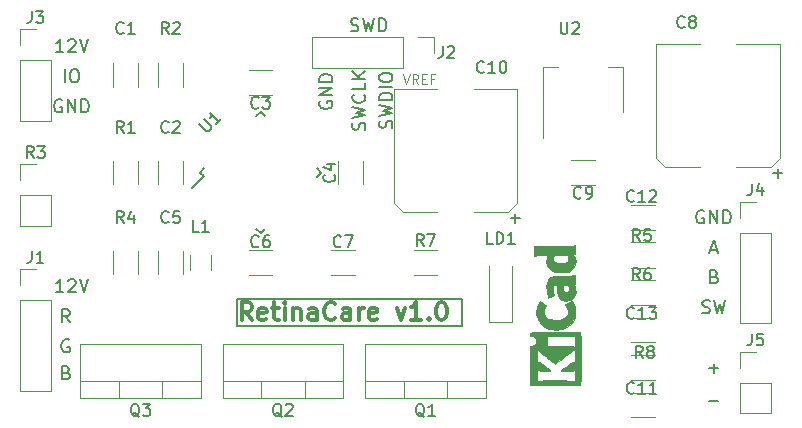
<source format=gbr>
%TF.GenerationSoftware,KiCad,Pcbnew,4.0.7-e2-6376~58~ubuntu17.04.1*%
%TF.CreationDate,2017-10-02T14:32:41+02:00*%
%TF.ProjectId,motion_led_pcb,6D6F74696F6E5F6C65645F7063622E6B,rev?*%
%TF.FileFunction,Legend,Top*%
%FSLAX46Y46*%
G04 Gerber Fmt 4.6, Leading zero omitted, Abs format (unit mm)*
G04 Created by KiCad (PCBNEW 4.0.7-e2-6376~58~ubuntu17.04.1) date Mon Oct  2 14:32:41 2017*
%MOMM*%
%LPD*%
G01*
G04 APERTURE LIST*
%ADD10C,0.100000*%
%ADD11C,0.150000*%
%ADD12C,0.200000*%
%ADD13C,0.300000*%
%ADD14C,0.120000*%
%ADD15C,0.010000*%
G04 APERTURE END LIST*
D10*
X34950571Y29902095D02*
X35217238Y29102095D01*
X35483905Y29902095D01*
X36207714Y29102095D02*
X35941047Y29483048D01*
X35750571Y29102095D02*
X35750571Y29902095D01*
X36055333Y29902095D01*
X36131524Y29864000D01*
X36169619Y29825905D01*
X36207714Y29749714D01*
X36207714Y29635429D01*
X36169619Y29559238D01*
X36131524Y29521143D01*
X36055333Y29483048D01*
X35750571Y29483048D01*
X36550571Y29521143D02*
X36817238Y29521143D01*
X36931524Y29102095D02*
X36550571Y29102095D01*
X36550571Y29902095D01*
X36931524Y29902095D01*
X37541048Y29521143D02*
X37274381Y29521143D01*
X37274381Y29102095D02*
X37274381Y29902095D01*
X37655334Y29902095D01*
D11*
X33973238Y25355048D02*
X34025619Y25512191D01*
X34025619Y25774095D01*
X33973238Y25878857D01*
X33920857Y25931238D01*
X33816095Y25983619D01*
X33711333Y25983619D01*
X33606571Y25931238D01*
X33554190Y25878857D01*
X33501810Y25774095D01*
X33449429Y25564572D01*
X33397048Y25459810D01*
X33344667Y25407429D01*
X33239905Y25355048D01*
X33135143Y25355048D01*
X33030381Y25407429D01*
X32978000Y25459810D01*
X32925619Y25564572D01*
X32925619Y25826476D01*
X32978000Y25983619D01*
X32925619Y26350286D02*
X34025619Y26612191D01*
X33239905Y26821714D01*
X34025619Y27031238D01*
X32925619Y27293143D01*
X34025619Y27712191D02*
X32925619Y27712191D01*
X32925619Y27974096D01*
X32978000Y28131238D01*
X33082762Y28236000D01*
X33187524Y28288381D01*
X33397048Y28340762D01*
X33554190Y28340762D01*
X33763714Y28288381D01*
X33868476Y28236000D01*
X33973238Y28131238D01*
X34025619Y27974096D01*
X34025619Y27712191D01*
X34025619Y28812191D02*
X32925619Y28812191D01*
X32925619Y29545525D02*
X32925619Y29755048D01*
X32978000Y29859810D01*
X33082762Y29964572D01*
X33292286Y30016953D01*
X33658952Y30016953D01*
X33868476Y29964572D01*
X33973238Y29859810D01*
X34025619Y29755048D01*
X34025619Y29545525D01*
X33973238Y29440763D01*
X33868476Y29336001D01*
X33658952Y29283620D01*
X33292286Y29283620D01*
X33082762Y29336001D01*
X32978000Y29440763D01*
X32925619Y29545525D01*
X31687238Y25197905D02*
X31739619Y25355048D01*
X31739619Y25616952D01*
X31687238Y25721714D01*
X31634857Y25774095D01*
X31530095Y25826476D01*
X31425333Y25826476D01*
X31320571Y25774095D01*
X31268190Y25721714D01*
X31215810Y25616952D01*
X31163429Y25407429D01*
X31111048Y25302667D01*
X31058667Y25250286D01*
X30953905Y25197905D01*
X30849143Y25197905D01*
X30744381Y25250286D01*
X30692000Y25302667D01*
X30639619Y25407429D01*
X30639619Y25669333D01*
X30692000Y25826476D01*
X30639619Y26193143D02*
X31739619Y26455048D01*
X30953905Y26664571D01*
X31739619Y26874095D01*
X30639619Y27136000D01*
X31634857Y28183619D02*
X31687238Y28131238D01*
X31739619Y27974095D01*
X31739619Y27869333D01*
X31687238Y27712191D01*
X31582476Y27607429D01*
X31477714Y27555048D01*
X31268190Y27502667D01*
X31111048Y27502667D01*
X30901524Y27555048D01*
X30796762Y27607429D01*
X30692000Y27712191D01*
X30639619Y27869333D01*
X30639619Y27974095D01*
X30692000Y28131238D01*
X30744381Y28183619D01*
X31739619Y29178857D02*
X31739619Y28655048D01*
X30639619Y28655048D01*
X31739619Y29545524D02*
X30639619Y29545524D01*
X31739619Y30174095D02*
X31111048Y29702667D01*
X30639619Y30174095D02*
X31268190Y29545524D01*
X30511143Y33590762D02*
X30668286Y33538381D01*
X30930190Y33538381D01*
X31034952Y33590762D01*
X31087333Y33643143D01*
X31139714Y33747905D01*
X31139714Y33852667D01*
X31087333Y33957429D01*
X31034952Y34009810D01*
X30930190Y34062190D01*
X30720667Y34114571D01*
X30615905Y34166952D01*
X30563524Y34219333D01*
X30511143Y34324095D01*
X30511143Y34428857D01*
X30563524Y34533619D01*
X30615905Y34586000D01*
X30720667Y34638381D01*
X30982571Y34638381D01*
X31139714Y34586000D01*
X31506381Y34638381D02*
X31768286Y33538381D01*
X31977809Y34324095D01*
X32187333Y33538381D01*
X32449238Y34638381D01*
X32868286Y33538381D02*
X32868286Y34638381D01*
X33130191Y34638381D01*
X33287333Y34586000D01*
X33392095Y34481238D01*
X33444476Y34376476D01*
X33496857Y34166952D01*
X33496857Y34009810D01*
X33444476Y33800286D01*
X33392095Y33695524D01*
X33287333Y33590762D01*
X33130191Y33538381D01*
X32868286Y33538381D01*
X27898000Y27609905D02*
X27845619Y27505143D01*
X27845619Y27348000D01*
X27898000Y27190858D01*
X28002762Y27086096D01*
X28107524Y27033715D01*
X28317048Y26981334D01*
X28474190Y26981334D01*
X28683714Y27033715D01*
X28788476Y27086096D01*
X28893238Y27190858D01*
X28945619Y27348000D01*
X28945619Y27452762D01*
X28893238Y27609905D01*
X28840857Y27662286D01*
X28474190Y27662286D01*
X28474190Y27452762D01*
X28945619Y28133715D02*
X27845619Y28133715D01*
X28945619Y28762286D01*
X27845619Y28762286D01*
X28945619Y29286096D02*
X27845619Y29286096D01*
X27845619Y29548001D01*
X27898000Y29705143D01*
X28002762Y29809905D01*
X28107524Y29862286D01*
X28317048Y29914667D01*
X28474190Y29914667D01*
X28683714Y29862286D01*
X28788476Y29809905D01*
X28893238Y29705143D01*
X28945619Y29548001D01*
X28945619Y29286096D01*
X6428571Y4650571D02*
X6585714Y4598190D01*
X6638095Y4545810D01*
X6690476Y4441048D01*
X6690476Y4283905D01*
X6638095Y4179143D01*
X6585714Y4126762D01*
X6480952Y4074381D01*
X6061905Y4074381D01*
X6061905Y5174381D01*
X6428571Y5174381D01*
X6533333Y5122000D01*
X6585714Y5069619D01*
X6638095Y4964857D01*
X6638095Y4860095D01*
X6585714Y4755333D01*
X6533333Y4702952D01*
X6428571Y4650571D01*
X6061905Y4650571D01*
X6638095Y7408000D02*
X6533333Y7460381D01*
X6376190Y7460381D01*
X6219048Y7408000D01*
X6114286Y7303238D01*
X6061905Y7198476D01*
X6009524Y6988952D01*
X6009524Y6831810D01*
X6061905Y6622286D01*
X6114286Y6517524D01*
X6219048Y6412762D01*
X6376190Y6360381D01*
X6480952Y6360381D01*
X6638095Y6412762D01*
X6690476Y6465143D01*
X6690476Y6831810D01*
X6480952Y6831810D01*
X6690476Y8900381D02*
X6323810Y9424190D01*
X6061905Y8900381D02*
X6061905Y10000381D01*
X6480952Y10000381D01*
X6585714Y9948000D01*
X6638095Y9895619D01*
X6690476Y9790857D01*
X6690476Y9633714D01*
X6638095Y9528952D01*
X6585714Y9476571D01*
X6480952Y9424190D01*
X6061905Y9424190D01*
X6177048Y11440381D02*
X5548477Y11440381D01*
X5862763Y11440381D02*
X5862763Y12540381D01*
X5758001Y12383238D01*
X5653239Y12278476D01*
X5548477Y12226095D01*
X6596096Y12435619D02*
X6648477Y12488000D01*
X6753239Y12540381D01*
X7015143Y12540381D01*
X7119905Y12488000D01*
X7172286Y12435619D01*
X7224667Y12330857D01*
X7224667Y12226095D01*
X7172286Y12068952D01*
X6543715Y11440381D01*
X7224667Y11440381D01*
X7538953Y12540381D02*
X7905620Y11440381D01*
X8272286Y12540381D01*
X6177048Y31760381D02*
X5548477Y31760381D01*
X5862763Y31760381D02*
X5862763Y32860381D01*
X5758001Y32703238D01*
X5653239Y32598476D01*
X5548477Y32546095D01*
X6596096Y32755619D02*
X6648477Y32808000D01*
X6753239Y32860381D01*
X7015143Y32860381D01*
X7119905Y32808000D01*
X7172286Y32755619D01*
X7224667Y32650857D01*
X7224667Y32546095D01*
X7172286Y32388952D01*
X6543715Y31760381D01*
X7224667Y31760381D01*
X7538953Y32860381D02*
X7905620Y31760381D01*
X8272286Y32860381D01*
X6281810Y29220381D02*
X6281810Y30320381D01*
X7015144Y30320381D02*
X7224667Y30320381D01*
X7329429Y30268000D01*
X7434191Y30163238D01*
X7486572Y29953714D01*
X7486572Y29587048D01*
X7434191Y29377524D01*
X7329429Y29272762D01*
X7224667Y29220381D01*
X7015144Y29220381D01*
X6910382Y29272762D01*
X6805620Y29377524D01*
X6753239Y29587048D01*
X6753239Y29953714D01*
X6805620Y30163238D01*
X6910382Y30268000D01*
X7015144Y30320381D01*
X6019905Y27728000D02*
X5915143Y27780381D01*
X5758000Y27780381D01*
X5600858Y27728000D01*
X5496096Y27623238D01*
X5443715Y27518476D01*
X5391334Y27308952D01*
X5391334Y27151810D01*
X5443715Y26942286D01*
X5496096Y26837524D01*
X5600858Y26732762D01*
X5758000Y26680381D01*
X5862762Y26680381D01*
X6019905Y26732762D01*
X6072286Y26785143D01*
X6072286Y27151810D01*
X5862762Y27151810D01*
X6543715Y26680381D02*
X6543715Y27780381D01*
X7172286Y26680381D01*
X7172286Y27780381D01*
X7696096Y26680381D02*
X7696096Y27780381D01*
X7958001Y27780381D01*
X8115143Y27728000D01*
X8219905Y27623238D01*
X8272286Y27518476D01*
X8324667Y27308952D01*
X8324667Y27151810D01*
X8272286Y26942286D01*
X8219905Y26837524D01*
X8115143Y26732762D01*
X7958001Y26680381D01*
X7696096Y26680381D01*
X60794953Y2207429D02*
X61633048Y2207429D01*
X60794953Y5001429D02*
X61633048Y5001429D01*
X61214000Y4582381D02*
X61214000Y5420476D01*
X60271143Y9714762D02*
X60428286Y9662381D01*
X60690190Y9662381D01*
X60794952Y9714762D01*
X60847333Y9767143D01*
X60899714Y9871905D01*
X60899714Y9976667D01*
X60847333Y10081429D01*
X60794952Y10133810D01*
X60690190Y10186190D01*
X60480667Y10238571D01*
X60375905Y10290952D01*
X60323524Y10343333D01*
X60271143Y10448095D01*
X60271143Y10552857D01*
X60323524Y10657619D01*
X60375905Y10710000D01*
X60480667Y10762381D01*
X60742571Y10762381D01*
X60899714Y10710000D01*
X61266381Y10762381D02*
X61528286Y9662381D01*
X61737809Y10448095D01*
X61947333Y9662381D01*
X62209238Y10762381D01*
X61292571Y12778571D02*
X61449714Y12726190D01*
X61502095Y12673810D01*
X61554476Y12569048D01*
X61554476Y12411905D01*
X61502095Y12307143D01*
X61449714Y12254762D01*
X61344952Y12202381D01*
X60925905Y12202381D01*
X60925905Y13302381D01*
X61292571Y13302381D01*
X61397333Y13250000D01*
X61449714Y13197619D01*
X61502095Y13092857D01*
X61502095Y12988095D01*
X61449714Y12883333D01*
X61397333Y12830952D01*
X61292571Y12778571D01*
X60925905Y12778571D01*
X60952096Y15056667D02*
X61475905Y15056667D01*
X60847334Y14742381D02*
X61214001Y15842381D01*
X61580667Y14742381D01*
X60375905Y18330000D02*
X60271143Y18382381D01*
X60114000Y18382381D01*
X59956858Y18330000D01*
X59852096Y18225238D01*
X59799715Y18120476D01*
X59747334Y17910952D01*
X59747334Y17753810D01*
X59799715Y17544286D01*
X59852096Y17439524D01*
X59956858Y17334762D01*
X60114000Y17282381D01*
X60218762Y17282381D01*
X60375905Y17334762D01*
X60428286Y17387143D01*
X60428286Y17753810D01*
X60218762Y17753810D01*
X60899715Y17282381D02*
X60899715Y18382381D01*
X61528286Y17282381D01*
X61528286Y18382381D01*
X62052096Y17282381D02*
X62052096Y18382381D01*
X62314001Y18382381D01*
X62471143Y18330000D01*
X62575905Y18225238D01*
X62628286Y18120476D01*
X62680667Y17910952D01*
X62680667Y17753810D01*
X62628286Y17544286D01*
X62575905Y17439524D01*
X62471143Y17334762D01*
X62314001Y17282381D01*
X62052096Y17282381D01*
D12*
X20828000Y8636000D02*
X23876000Y8636000D01*
X20828000Y10922000D02*
X23876000Y10922000D01*
X39878000Y8636000D02*
X36068000Y8636000D01*
X36068000Y10922000D02*
X39878000Y10922000D01*
X39878000Y8636000D02*
X39878000Y10922000D01*
X23622000Y8636000D02*
X36068000Y8636000D01*
X20828000Y10922000D02*
X20828000Y8636000D01*
X36068000Y10922000D02*
X23622000Y10922000D01*
D13*
X22110087Y9100429D02*
X21610087Y9814714D01*
X21252944Y9100429D02*
X21252944Y10600429D01*
X21824372Y10600429D01*
X21967230Y10529000D01*
X22038658Y10457571D01*
X22110087Y10314714D01*
X22110087Y10100429D01*
X22038658Y9957571D01*
X21967230Y9886143D01*
X21824372Y9814714D01*
X21252944Y9814714D01*
X23324372Y9171857D02*
X23181515Y9100429D01*
X22895801Y9100429D01*
X22752944Y9171857D01*
X22681515Y9314714D01*
X22681515Y9886143D01*
X22752944Y10029000D01*
X22895801Y10100429D01*
X23181515Y10100429D01*
X23324372Y10029000D01*
X23395801Y9886143D01*
X23395801Y9743286D01*
X22681515Y9600429D01*
X23824372Y10100429D02*
X24395801Y10100429D01*
X24038658Y10600429D02*
X24038658Y9314714D01*
X24110086Y9171857D01*
X24252944Y9100429D01*
X24395801Y9100429D01*
X24895801Y9100429D02*
X24895801Y10100429D01*
X24895801Y10600429D02*
X24824372Y10529000D01*
X24895801Y10457571D01*
X24967229Y10529000D01*
X24895801Y10600429D01*
X24895801Y10457571D01*
X25610087Y10100429D02*
X25610087Y9100429D01*
X25610087Y9957571D02*
X25681515Y10029000D01*
X25824373Y10100429D01*
X26038658Y10100429D01*
X26181515Y10029000D01*
X26252944Y9886143D01*
X26252944Y9100429D01*
X27610087Y9100429D02*
X27610087Y9886143D01*
X27538658Y10029000D01*
X27395801Y10100429D01*
X27110087Y10100429D01*
X26967230Y10029000D01*
X27610087Y9171857D02*
X27467230Y9100429D01*
X27110087Y9100429D01*
X26967230Y9171857D01*
X26895801Y9314714D01*
X26895801Y9457571D01*
X26967230Y9600429D01*
X27110087Y9671857D01*
X27467230Y9671857D01*
X27610087Y9743286D01*
X29181516Y9243286D02*
X29110087Y9171857D01*
X28895801Y9100429D01*
X28752944Y9100429D01*
X28538659Y9171857D01*
X28395801Y9314714D01*
X28324373Y9457571D01*
X28252944Y9743286D01*
X28252944Y9957571D01*
X28324373Y10243286D01*
X28395801Y10386143D01*
X28538659Y10529000D01*
X28752944Y10600429D01*
X28895801Y10600429D01*
X29110087Y10529000D01*
X29181516Y10457571D01*
X30467230Y9100429D02*
X30467230Y9886143D01*
X30395801Y10029000D01*
X30252944Y10100429D01*
X29967230Y10100429D01*
X29824373Y10029000D01*
X30467230Y9171857D02*
X30324373Y9100429D01*
X29967230Y9100429D01*
X29824373Y9171857D01*
X29752944Y9314714D01*
X29752944Y9457571D01*
X29824373Y9600429D01*
X29967230Y9671857D01*
X30324373Y9671857D01*
X30467230Y9743286D01*
X31181516Y9100429D02*
X31181516Y10100429D01*
X31181516Y9814714D02*
X31252944Y9957571D01*
X31324373Y10029000D01*
X31467230Y10100429D01*
X31610087Y10100429D01*
X32681515Y9171857D02*
X32538658Y9100429D01*
X32252944Y9100429D01*
X32110087Y9171857D01*
X32038658Y9314714D01*
X32038658Y9886143D01*
X32110087Y10029000D01*
X32252944Y10100429D01*
X32538658Y10100429D01*
X32681515Y10029000D01*
X32752944Y9886143D01*
X32752944Y9743286D01*
X32038658Y9600429D01*
X34395801Y10100429D02*
X34752944Y9100429D01*
X35110086Y10100429D01*
X36467229Y9100429D02*
X35610086Y9100429D01*
X36038658Y9100429D02*
X36038658Y10600429D01*
X35895801Y10386143D01*
X35752943Y10243286D01*
X35610086Y10171857D01*
X37110086Y9243286D02*
X37181514Y9171857D01*
X37110086Y9100429D01*
X37038657Y9171857D01*
X37110086Y9243286D01*
X37110086Y9100429D01*
X38110086Y10600429D02*
X38252943Y10600429D01*
X38395800Y10529000D01*
X38467229Y10457571D01*
X38538658Y10314714D01*
X38610086Y10029000D01*
X38610086Y9671857D01*
X38538658Y9386143D01*
X38467229Y9243286D01*
X38395800Y9171857D01*
X38252943Y9100429D01*
X38110086Y9100429D01*
X37967229Y9171857D01*
X37895800Y9243286D01*
X37824372Y9386143D01*
X37752943Y9671857D01*
X37752943Y10029000D01*
X37824372Y10314714D01*
X37895800Y10457571D01*
X37967229Y10529000D01*
X38110086Y10600429D01*
D14*
X16260000Y20590000D02*
X16260000Y22590000D01*
X14220000Y22590000D02*
X14220000Y20590000D01*
X21860000Y28190000D02*
X23860000Y28190000D01*
X23860000Y30230000D02*
X21860000Y30230000D01*
X29460000Y22590000D02*
X29460000Y20590000D01*
X31500000Y20590000D02*
X31500000Y22590000D01*
X14220000Y14970000D02*
X14220000Y12970000D01*
X16260000Y12970000D02*
X16260000Y14970000D01*
X23860000Y14990000D02*
X21860000Y14990000D01*
X21860000Y12950000D02*
X23860000Y12950000D01*
X57145000Y22095000D02*
X60035000Y22095000D01*
X66045000Y22095000D02*
X63155000Y22095000D01*
X66805000Y32515000D02*
X63155000Y32515000D01*
X56385000Y32515000D02*
X60035000Y32515000D01*
X66805000Y32515000D02*
X66805000Y22855000D01*
X66805000Y22855000D02*
X66045000Y22095000D01*
X57145000Y22095000D02*
X56385000Y22855000D01*
X56385000Y22855000D02*
X56385000Y32515000D01*
X49165000Y20570000D02*
X51165000Y20570000D01*
X51165000Y22610000D02*
X49165000Y22610000D01*
X34920000Y18285000D02*
X37810000Y18285000D01*
X43820000Y18285000D02*
X40930000Y18285000D01*
X44580000Y28705000D02*
X40930000Y28705000D01*
X34160000Y28705000D02*
X37810000Y28705000D01*
X44580000Y28705000D02*
X44580000Y19045000D01*
X44580000Y19045000D02*
X43820000Y18285000D01*
X34920000Y18285000D02*
X34160000Y19045000D01*
X34160000Y19045000D02*
X34160000Y28705000D01*
X54245000Y885000D02*
X56245000Y885000D01*
X56245000Y2925000D02*
X54245000Y2925000D01*
X54245000Y16760000D02*
X56245000Y16760000D01*
X56245000Y18800000D02*
X54245000Y18800000D01*
X54245000Y7235000D02*
X56245000Y7235000D01*
X56245000Y9275000D02*
X54245000Y9275000D01*
X42230000Y8965000D02*
X44130000Y8965000D01*
X44130000Y8965000D02*
X44130000Y13665000D01*
X42230000Y8965000D02*
X42230000Y13665000D01*
X2480000Y3115000D02*
X5140000Y3115000D01*
X2480000Y10795000D02*
X2480000Y3115000D01*
X5140000Y10795000D02*
X5140000Y3115000D01*
X2480000Y10795000D02*
X5140000Y10795000D01*
X2480000Y12065000D02*
X2480000Y13395000D01*
X2480000Y13395000D02*
X3810000Y13395000D01*
X27245000Y33080000D02*
X27245000Y30420000D01*
X34925000Y33080000D02*
X27245000Y33080000D01*
X34925000Y30420000D02*
X27245000Y30420000D01*
X34925000Y33080000D02*
X34925000Y30420000D01*
X36195000Y33080000D02*
X37525000Y33080000D01*
X37525000Y33080000D02*
X37525000Y31750000D01*
X2480000Y25975000D02*
X5140000Y25975000D01*
X2480000Y31115000D02*
X2480000Y25975000D01*
X5140000Y31115000D02*
X5140000Y25975000D01*
X2480000Y31115000D02*
X5140000Y31115000D01*
X2480000Y32385000D02*
X2480000Y33715000D01*
X2480000Y33715000D02*
X3810000Y33715000D01*
X63440000Y8830000D02*
X66100000Y8830000D01*
X63440000Y16510000D02*
X63440000Y8830000D01*
X66100000Y16510000D02*
X66100000Y8830000D01*
X63440000Y16510000D02*
X66100000Y16510000D01*
X63440000Y17780000D02*
X63440000Y19110000D01*
X63440000Y19110000D02*
X64770000Y19110000D01*
X16900000Y13370000D02*
X16900000Y14570000D01*
X18660000Y14570000D02*
X18660000Y13370000D01*
X41950000Y2460000D02*
X31710000Y2460000D01*
X41950000Y7101000D02*
X31710000Y7101000D01*
X41950000Y2460000D02*
X41950000Y7101000D01*
X31710000Y2460000D02*
X31710000Y7101000D01*
X41950000Y3970000D02*
X31710000Y3970000D01*
X38680000Y2460000D02*
X38680000Y3970000D01*
X34979000Y2460000D02*
X34979000Y3970000D01*
X29885000Y2460000D02*
X19645000Y2460000D01*
X29885000Y7101000D02*
X19645000Y7101000D01*
X29885000Y2460000D02*
X29885000Y7101000D01*
X19645000Y2460000D02*
X19645000Y7101000D01*
X29885000Y3970000D02*
X19645000Y3970000D01*
X26615000Y2460000D02*
X26615000Y3970000D01*
X22914000Y2460000D02*
X22914000Y3970000D01*
X17820000Y2460000D02*
X7580000Y2460000D01*
X17820000Y7101000D02*
X7580000Y7101000D01*
X17820000Y2460000D02*
X17820000Y7101000D01*
X7580000Y2460000D02*
X7580000Y7101000D01*
X17820000Y3970000D02*
X7580000Y3970000D01*
X14550000Y2460000D02*
X14550000Y3970000D01*
X10849000Y2460000D02*
X10849000Y3970000D01*
X12500000Y22590000D02*
X12500000Y20590000D01*
X10360000Y20590000D02*
X10360000Y22590000D01*
X16310000Y30845000D02*
X16310000Y28845000D01*
X14170000Y28845000D02*
X14170000Y30845000D01*
X2480000Y17085000D02*
X5140000Y17085000D01*
X2480000Y19685000D02*
X2480000Y17085000D01*
X5140000Y19685000D02*
X5140000Y17085000D01*
X2480000Y19685000D02*
X5140000Y19685000D01*
X2480000Y20955000D02*
X2480000Y22285000D01*
X2480000Y22285000D02*
X3810000Y22285000D01*
X10360000Y12970000D02*
X10360000Y14970000D01*
X12500000Y14970000D02*
X12500000Y12970000D01*
X54245000Y15675000D02*
X56245000Y15675000D01*
X56245000Y13535000D02*
X54245000Y13535000D01*
X54245000Y12500000D02*
X56245000Y12500000D01*
X56245000Y10360000D02*
X54245000Y10360000D01*
X37830000Y12900000D02*
X35830000Y12900000D01*
X35830000Y15040000D02*
X37830000Y15040000D01*
X56245000Y4010000D02*
X54245000Y4010000D01*
X54245000Y6150000D02*
X56245000Y6150000D01*
D11*
X17733476Y21590000D02*
X18051674Y21271802D01*
X22860000Y26716524D02*
X23231231Y26345293D01*
X27986524Y21590000D02*
X27615293Y21961231D01*
X22860000Y16463476D02*
X22488769Y16834707D01*
X17733476Y21590000D02*
X18104707Y21961231D01*
X22860000Y16463476D02*
X23231231Y16834707D01*
X27986524Y21590000D02*
X27615293Y21218769D01*
X22860000Y26716524D02*
X22488769Y26345293D01*
X18051674Y21271802D02*
X17079402Y20299530D01*
D14*
X53575000Y30485000D02*
X52315000Y30485000D01*
X46755000Y30485000D02*
X48015000Y30485000D01*
X53575000Y26725000D02*
X53575000Y30485000D01*
X46755000Y24475000D02*
X46755000Y30485000D01*
X63440000Y1210000D02*
X66100000Y1210000D01*
X63440000Y3810000D02*
X63440000Y1210000D01*
X66100000Y3810000D02*
X66100000Y1210000D01*
X63440000Y3810000D02*
X66100000Y3810000D01*
X63440000Y5080000D02*
X63440000Y6410000D01*
X63440000Y6410000D02*
X64770000Y6410000D01*
X10410000Y30845000D02*
X10410000Y28845000D01*
X12450000Y28845000D02*
X12450000Y30845000D01*
X30845000Y14990000D02*
X28845000Y14990000D01*
X28845000Y12950000D02*
X30845000Y12950000D01*
D15*
G36*
X45667699Y7976363D02*
X45674976Y7998155D01*
X45691420Y8016586D01*
X45720197Y8031935D01*
X45764474Y8044481D01*
X45827418Y8054505D01*
X45912194Y8062283D01*
X46021971Y8068096D01*
X46159914Y8072223D01*
X46329191Y8074943D01*
X46532968Y8076535D01*
X46774411Y8077277D01*
X47056687Y8077450D01*
X47382964Y8077332D01*
X47756407Y8077203D01*
X47815500Y8077200D01*
X48190884Y8077122D01*
X48518711Y8076849D01*
X48802221Y8076318D01*
X49044658Y8075469D01*
X49249261Y8074240D01*
X49419274Y8072569D01*
X49557939Y8070395D01*
X49668496Y8067657D01*
X49754188Y8064292D01*
X49818257Y8060241D01*
X49863944Y8055441D01*
X49894492Y8049831D01*
X49913141Y8043349D01*
X49921885Y8037285D01*
X49928992Y8026209D01*
X49935213Y8006001D01*
X49940606Y7973490D01*
X49945229Y7925503D01*
X49949140Y7858867D01*
X49952396Y7770410D01*
X49955056Y7656960D01*
X49957175Y7515344D01*
X49958813Y7342390D01*
X49960028Y7134924D01*
X49960876Y6889776D01*
X49961415Y6603771D01*
X49961703Y6273739D01*
X49961798Y5896505D01*
X49961800Y5841999D01*
X49961726Y5458176D01*
X49961467Y5121980D01*
X49960965Y4830239D01*
X49960162Y4579781D01*
X49959000Y4367432D01*
X49957422Y4190021D01*
X49955371Y4044375D01*
X49952787Y3927322D01*
X49949615Y3835688D01*
X49945795Y3766303D01*
X49941271Y3715992D01*
X49935985Y3681584D01*
X49929879Y3659907D01*
X49922895Y3647787D01*
X49921885Y3646714D01*
X49910627Y3639465D01*
X49890152Y3633138D01*
X49857219Y3627672D01*
X49808586Y3623006D01*
X49741011Y3619078D01*
X49651252Y3615826D01*
X49536068Y3613190D01*
X49392217Y3611107D01*
X49216456Y3609517D01*
X49005544Y3608358D01*
X48756239Y3607568D01*
X48465300Y3607086D01*
X48129484Y3606851D01*
X47815500Y3606800D01*
X47440115Y3606877D01*
X47112288Y3607150D01*
X46828778Y3607681D01*
X46586341Y3608530D01*
X46381738Y3609759D01*
X46260729Y3610948D01*
X46260729Y3886199D01*
X46285638Y3896637D01*
X46339844Y3922944D01*
X46367699Y3936999D01*
X46390774Y3947932D01*
X46416420Y3957174D01*
X46448859Y3964867D01*
X46492308Y3971152D01*
X46550988Y3976172D01*
X46629117Y3980068D01*
X46730917Y3982983D01*
X46860605Y3985057D01*
X47022401Y3986434D01*
X47220525Y3987254D01*
X47459197Y3987659D01*
X47742635Y3987791D01*
X47879290Y3987799D01*
X48142726Y3987439D01*
X48391037Y3986402D01*
X48619556Y3984756D01*
X48823618Y3982568D01*
X48998558Y3979903D01*
X49139711Y3976830D01*
X49242410Y3973415D01*
X49301991Y3969724D01*
X49315370Y3967224D01*
X49355136Y3942800D01*
X49409350Y3916968D01*
X49479200Y3887289D01*
X49478811Y4413794D01*
X49477849Y4568967D01*
X49475381Y4703350D01*
X49471674Y4809999D01*
X49466992Y4881970D01*
X49461600Y4912319D01*
X49459761Y4912094D01*
X49425826Y4882145D01*
X49367626Y4846332D01*
X49359811Y4842244D01*
X49322521Y4827318D01*
X49272267Y4816307D01*
X49201556Y4808669D01*
X49102898Y4803866D01*
X48968800Y4801356D01*
X48791772Y4800601D01*
X48781961Y4800600D01*
X48604347Y4801833D01*
X48461876Y4805396D01*
X48358727Y4811078D01*
X48299078Y4818672D01*
X48285400Y4825414D01*
X48304770Y4854914D01*
X48351744Y4892641D01*
X48355250Y4894915D01*
X48412268Y4935493D01*
X48450500Y4969699D01*
X48487632Y5000147D01*
X48549966Y5040083D01*
X48573833Y5053671D01*
X48640930Y5095820D01*
X48729720Y5158527D01*
X48823064Y5229592D01*
X48840533Y5243542D01*
X48983344Y5351661D01*
X49119967Y5442138D01*
X49242349Y5510389D01*
X49342440Y5551831D01*
X49400923Y5562600D01*
X49479200Y5562600D01*
X49479200Y6689055D01*
X49465488Y6676929D01*
X49465488Y6832600D01*
X49469757Y6856699D01*
X49473485Y6923796D01*
X49476448Y7026089D01*
X49478426Y7155778D01*
X49479196Y7305061D01*
X49479200Y7315200D01*
X49478408Y7491967D01*
X49475806Y7623101D01*
X49471056Y7713747D01*
X49463818Y7769050D01*
X49453752Y7794156D01*
X49447450Y7796992D01*
X49403554Y7782038D01*
X49366395Y7758892D01*
X49347692Y7749698D01*
X49315195Y7742102D01*
X49264498Y7735959D01*
X49191196Y7731127D01*
X49090883Y7727464D01*
X48959154Y7724826D01*
X48791604Y7723070D01*
X48583827Y7722053D01*
X48331418Y7721633D01*
X48217045Y7721600D01*
X47117000Y7721600D01*
X47117000Y6856695D01*
X47191938Y6895447D01*
X47217815Y6905478D01*
X47256092Y6913667D01*
X47311607Y6920192D01*
X47389197Y6925226D01*
X47493700Y6928947D01*
X47629954Y6931529D01*
X47802797Y6933148D01*
X48017067Y6933979D01*
X48259750Y6934200D01*
X48511440Y6934086D01*
X48717511Y6933585D01*
X48883147Y6932455D01*
X49013527Y6930455D01*
X49113835Y6927345D01*
X49189251Y6922883D01*
X49244957Y6916829D01*
X49286135Y6908941D01*
X49317967Y6898979D01*
X49345635Y6886701D01*
X49352200Y6883400D01*
X49415636Y6852490D01*
X49458110Y6834480D01*
X49465488Y6832600D01*
X49465488Y6676929D01*
X49409570Y6627477D01*
X49360266Y6583555D01*
X49329290Y6555373D01*
X49327020Y6553200D01*
X49263905Y6495445D01*
X49179689Y6423963D01*
X49087065Y6348897D01*
X48998725Y6280391D01*
X48927361Y6228588D01*
X48895547Y6208376D01*
X48831584Y6168155D01*
X48740299Y6104662D01*
X48633680Y6026804D01*
X48523715Y5943487D01*
X48422390Y5863617D01*
X48347607Y5801273D01*
X48270548Y5740829D01*
X48186943Y5684159D01*
X48180050Y5679978D01*
X47981936Y5552637D01*
X47851356Y5456994D01*
X47760212Y5387036D01*
X47672760Y5468468D01*
X47593661Y5538660D01*
X47486892Y5628715D01*
X47365451Y5728057D01*
X47242339Y5826107D01*
X47130555Y5912289D01*
X47091815Y5941151D01*
X46711892Y6245941D01*
X46454787Y6485279D01*
X46253400Y6684059D01*
X46253400Y6138747D01*
X46253523Y5953550D01*
X46254861Y5812998D01*
X46258867Y5710937D01*
X46266993Y5641212D01*
X46280691Y5597669D01*
X46301416Y5574153D01*
X46330618Y5564511D01*
X46369751Y5562586D01*
X46389390Y5562600D01*
X46442842Y5547012D01*
X46510121Y5507941D01*
X46533362Y5490299D01*
X46610668Y5431652D01*
X46701586Y5368890D01*
X46736000Y5346802D01*
X46802764Y5303552D01*
X46849931Y5269912D01*
X46863000Y5258239D01*
X46892339Y5228445D01*
X46948018Y5179245D01*
X47019108Y5119522D01*
X47094681Y5058162D01*
X47163808Y5004047D01*
X47215561Y4966063D01*
X47238483Y4953000D01*
X47267974Y4936182D01*
X47315717Y4894146D01*
X47332900Y4876799D01*
X47405904Y4800599D01*
X46986088Y4800600D01*
X46803302Y4802193D01*
X46660476Y4807895D01*
X46546840Y4819093D01*
X46451629Y4837172D01*
X46364075Y4863518D01*
X46297850Y4889164D01*
X46282771Y4892394D01*
X46271538Y4883649D01*
X46263591Y4856705D01*
X46258367Y4805338D01*
X46255303Y4723324D01*
X46253838Y4604439D01*
X46253410Y4442460D01*
X46253400Y4396917D01*
X46253746Y4242083D01*
X46254712Y4106122D01*
X46256190Y3996617D01*
X46258071Y3921151D01*
X46260245Y3887308D01*
X46260729Y3886199D01*
X46260729Y3610948D01*
X46211725Y3611430D01*
X46073060Y3613604D01*
X45962503Y3616342D01*
X45876811Y3619707D01*
X45812742Y3623758D01*
X45767055Y3628558D01*
X45736507Y3634168D01*
X45717858Y3640650D01*
X45709114Y3646714D01*
X45700934Y3659178D01*
X45693938Y3681437D01*
X45688034Y3717191D01*
X45683133Y3770141D01*
X45679144Y3843988D01*
X45675978Y3942431D01*
X45673544Y4069173D01*
X45671752Y4227913D01*
X45670511Y4422353D01*
X45669733Y4656193D01*
X45669326Y4933135D01*
X45669200Y5256878D01*
X45669200Y6883400D01*
X45765418Y6883400D01*
X45881335Y6903479D01*
X46000000Y6956525D01*
X46100991Y7031754D01*
X46145244Y7084006D01*
X46192370Y7197546D01*
X46202636Y7328500D01*
X46178918Y7462628D01*
X46124089Y7585690D01*
X46041023Y7683448D01*
X46021147Y7698800D01*
X45920428Y7745806D01*
X45804877Y7767439D01*
X45669199Y7778690D01*
X45669200Y7888030D01*
X45667977Y7921580D01*
X45666421Y7950931D01*
X45667699Y7976363D01*
X45667699Y7976363D01*
G37*
X45667699Y7976363D02*
X45674976Y7998155D01*
X45691420Y8016586D01*
X45720197Y8031935D01*
X45764474Y8044481D01*
X45827418Y8054505D01*
X45912194Y8062283D01*
X46021971Y8068096D01*
X46159914Y8072223D01*
X46329191Y8074943D01*
X46532968Y8076535D01*
X46774411Y8077277D01*
X47056687Y8077450D01*
X47382964Y8077332D01*
X47756407Y8077203D01*
X47815500Y8077200D01*
X48190884Y8077122D01*
X48518711Y8076849D01*
X48802221Y8076318D01*
X49044658Y8075469D01*
X49249261Y8074240D01*
X49419274Y8072569D01*
X49557939Y8070395D01*
X49668496Y8067657D01*
X49754188Y8064292D01*
X49818257Y8060241D01*
X49863944Y8055441D01*
X49894492Y8049831D01*
X49913141Y8043349D01*
X49921885Y8037285D01*
X49928992Y8026209D01*
X49935213Y8006001D01*
X49940606Y7973490D01*
X49945229Y7925503D01*
X49949140Y7858867D01*
X49952396Y7770410D01*
X49955056Y7656960D01*
X49957175Y7515344D01*
X49958813Y7342390D01*
X49960028Y7134924D01*
X49960876Y6889776D01*
X49961415Y6603771D01*
X49961703Y6273739D01*
X49961798Y5896505D01*
X49961800Y5841999D01*
X49961726Y5458176D01*
X49961467Y5121980D01*
X49960965Y4830239D01*
X49960162Y4579781D01*
X49959000Y4367432D01*
X49957422Y4190021D01*
X49955371Y4044375D01*
X49952787Y3927322D01*
X49949615Y3835688D01*
X49945795Y3766303D01*
X49941271Y3715992D01*
X49935985Y3681584D01*
X49929879Y3659907D01*
X49922895Y3647787D01*
X49921885Y3646714D01*
X49910627Y3639465D01*
X49890152Y3633138D01*
X49857219Y3627672D01*
X49808586Y3623006D01*
X49741011Y3619078D01*
X49651252Y3615826D01*
X49536068Y3613190D01*
X49392217Y3611107D01*
X49216456Y3609517D01*
X49005544Y3608358D01*
X48756239Y3607568D01*
X48465300Y3607086D01*
X48129484Y3606851D01*
X47815500Y3606800D01*
X47440115Y3606877D01*
X47112288Y3607150D01*
X46828778Y3607681D01*
X46586341Y3608530D01*
X46381738Y3609759D01*
X46260729Y3610948D01*
X46260729Y3886199D01*
X46285638Y3896637D01*
X46339844Y3922944D01*
X46367699Y3936999D01*
X46390774Y3947932D01*
X46416420Y3957174D01*
X46448859Y3964867D01*
X46492308Y3971152D01*
X46550988Y3976172D01*
X46629117Y3980068D01*
X46730917Y3982983D01*
X46860605Y3985057D01*
X47022401Y3986434D01*
X47220525Y3987254D01*
X47459197Y3987659D01*
X47742635Y3987791D01*
X47879290Y3987799D01*
X48142726Y3987439D01*
X48391037Y3986402D01*
X48619556Y3984756D01*
X48823618Y3982568D01*
X48998558Y3979903D01*
X49139711Y3976830D01*
X49242410Y3973415D01*
X49301991Y3969724D01*
X49315370Y3967224D01*
X49355136Y3942800D01*
X49409350Y3916968D01*
X49479200Y3887289D01*
X49478811Y4413794D01*
X49477849Y4568967D01*
X49475381Y4703350D01*
X49471674Y4809999D01*
X49466992Y4881970D01*
X49461600Y4912319D01*
X49459761Y4912094D01*
X49425826Y4882145D01*
X49367626Y4846332D01*
X49359811Y4842244D01*
X49322521Y4827318D01*
X49272267Y4816307D01*
X49201556Y4808669D01*
X49102898Y4803866D01*
X48968800Y4801356D01*
X48791772Y4800601D01*
X48781961Y4800600D01*
X48604347Y4801833D01*
X48461876Y4805396D01*
X48358727Y4811078D01*
X48299078Y4818672D01*
X48285400Y4825414D01*
X48304770Y4854914D01*
X48351744Y4892641D01*
X48355250Y4894915D01*
X48412268Y4935493D01*
X48450500Y4969699D01*
X48487632Y5000147D01*
X48549966Y5040083D01*
X48573833Y5053671D01*
X48640930Y5095820D01*
X48729720Y5158527D01*
X48823064Y5229592D01*
X48840533Y5243542D01*
X48983344Y5351661D01*
X49119967Y5442138D01*
X49242349Y5510389D01*
X49342440Y5551831D01*
X49400923Y5562600D01*
X49479200Y5562600D01*
X49479200Y6689055D01*
X49465488Y6676929D01*
X49465488Y6832600D01*
X49469757Y6856699D01*
X49473485Y6923796D01*
X49476448Y7026089D01*
X49478426Y7155778D01*
X49479196Y7305061D01*
X49479200Y7315200D01*
X49478408Y7491967D01*
X49475806Y7623101D01*
X49471056Y7713747D01*
X49463818Y7769050D01*
X49453752Y7794156D01*
X49447450Y7796992D01*
X49403554Y7782038D01*
X49366395Y7758892D01*
X49347692Y7749698D01*
X49315195Y7742102D01*
X49264498Y7735959D01*
X49191196Y7731127D01*
X49090883Y7727464D01*
X48959154Y7724826D01*
X48791604Y7723070D01*
X48583827Y7722053D01*
X48331418Y7721633D01*
X48217045Y7721600D01*
X47117000Y7721600D01*
X47117000Y6856695D01*
X47191938Y6895447D01*
X47217815Y6905478D01*
X47256092Y6913667D01*
X47311607Y6920192D01*
X47389197Y6925226D01*
X47493700Y6928947D01*
X47629954Y6931529D01*
X47802797Y6933148D01*
X48017067Y6933979D01*
X48259750Y6934200D01*
X48511440Y6934086D01*
X48717511Y6933585D01*
X48883147Y6932455D01*
X49013527Y6930455D01*
X49113835Y6927345D01*
X49189251Y6922883D01*
X49244957Y6916829D01*
X49286135Y6908941D01*
X49317967Y6898979D01*
X49345635Y6886701D01*
X49352200Y6883400D01*
X49415636Y6852490D01*
X49458110Y6834480D01*
X49465488Y6832600D01*
X49465488Y6676929D01*
X49409570Y6627477D01*
X49360266Y6583555D01*
X49329290Y6555373D01*
X49327020Y6553200D01*
X49263905Y6495445D01*
X49179689Y6423963D01*
X49087065Y6348897D01*
X48998725Y6280391D01*
X48927361Y6228588D01*
X48895547Y6208376D01*
X48831584Y6168155D01*
X48740299Y6104662D01*
X48633680Y6026804D01*
X48523715Y5943487D01*
X48422390Y5863617D01*
X48347607Y5801273D01*
X48270548Y5740829D01*
X48186943Y5684159D01*
X48180050Y5679978D01*
X47981936Y5552637D01*
X47851356Y5456994D01*
X47760212Y5387036D01*
X47672760Y5468468D01*
X47593661Y5538660D01*
X47486892Y5628715D01*
X47365451Y5728057D01*
X47242339Y5826107D01*
X47130555Y5912289D01*
X47091815Y5941151D01*
X46711892Y6245941D01*
X46454787Y6485279D01*
X46253400Y6684059D01*
X46253400Y6138747D01*
X46253523Y5953550D01*
X46254861Y5812998D01*
X46258867Y5710937D01*
X46266993Y5641212D01*
X46280691Y5597669D01*
X46301416Y5574153D01*
X46330618Y5564511D01*
X46369751Y5562586D01*
X46389390Y5562600D01*
X46442842Y5547012D01*
X46510121Y5507941D01*
X46533362Y5490299D01*
X46610668Y5431652D01*
X46701586Y5368890D01*
X46736000Y5346802D01*
X46802764Y5303552D01*
X46849931Y5269912D01*
X46863000Y5258239D01*
X46892339Y5228445D01*
X46948018Y5179245D01*
X47019108Y5119522D01*
X47094681Y5058162D01*
X47163808Y5004047D01*
X47215561Y4966063D01*
X47238483Y4953000D01*
X47267974Y4936182D01*
X47315717Y4894146D01*
X47332900Y4876799D01*
X47405904Y4800599D01*
X46986088Y4800600D01*
X46803302Y4802193D01*
X46660476Y4807895D01*
X46546840Y4819093D01*
X46451629Y4837172D01*
X46364075Y4863518D01*
X46297850Y4889164D01*
X46282771Y4892394D01*
X46271538Y4883649D01*
X46263591Y4856705D01*
X46258367Y4805338D01*
X46255303Y4723324D01*
X46253838Y4604439D01*
X46253410Y4442460D01*
X46253400Y4396917D01*
X46253746Y4242083D01*
X46254712Y4106122D01*
X46256190Y3996617D01*
X46258071Y3921151D01*
X46260245Y3887308D01*
X46260729Y3886199D01*
X46260729Y3610948D01*
X46211725Y3611430D01*
X46073060Y3613604D01*
X45962503Y3616342D01*
X45876811Y3619707D01*
X45812742Y3623758D01*
X45767055Y3628558D01*
X45736507Y3634168D01*
X45717858Y3640650D01*
X45709114Y3646714D01*
X45700934Y3659178D01*
X45693938Y3681437D01*
X45688034Y3717191D01*
X45683133Y3770141D01*
X45679144Y3843988D01*
X45675978Y3942431D01*
X45673544Y4069173D01*
X45671752Y4227913D01*
X45670511Y4422353D01*
X45669733Y4656193D01*
X45669326Y4933135D01*
X45669200Y5256878D01*
X45669200Y6883400D01*
X45765418Y6883400D01*
X45881335Y6903479D01*
X46000000Y6956525D01*
X46100991Y7031754D01*
X46145244Y7084006D01*
X46192370Y7197546D01*
X46202636Y7328500D01*
X46178918Y7462628D01*
X46124089Y7585690D01*
X46041023Y7683448D01*
X46021147Y7698800D01*
X45920428Y7745806D01*
X45804877Y7767439D01*
X45669199Y7778690D01*
X45669200Y7888030D01*
X45667977Y7921580D01*
X45666421Y7950931D01*
X45667699Y7976363D01*
G36*
X46231341Y10069676D02*
X46241143Y10110911D01*
X46263829Y10181879D01*
X46299963Y10277173D01*
X46344187Y10384521D01*
X46391147Y10491653D01*
X46435487Y10586298D01*
X46471851Y10656185D01*
X46492598Y10687064D01*
X46515582Y10677374D01*
X46570508Y10645036D01*
X46647651Y10596464D01*
X46737288Y10538074D01*
X46829695Y10476281D01*
X46915151Y10417502D01*
X46983930Y10368152D01*
X47025159Y10335677D01*
X47022624Y10307236D01*
X46992335Y10255081D01*
X46958312Y10211407D01*
X46866226Y10066298D01*
X46820559Y9901487D01*
X46819284Y9743098D01*
X46859902Y9572398D01*
X46943127Y9428259D01*
X47067925Y9311245D01*
X47233260Y9221919D01*
X47438097Y9160843D01*
X47681401Y9128581D01*
X47955200Y9125426D01*
X48202826Y9146867D01*
X48408741Y9191984D01*
X48577105Y9262630D01*
X48712080Y9360657D01*
X48817826Y9487917D01*
X48836151Y9517579D01*
X48876415Y9594773D01*
X48897876Y9666238D01*
X48905676Y9754027D01*
X48906009Y9817100D01*
X48890354Y9976817D01*
X48842392Y10115547D01*
X48755613Y10249625D01*
X48713663Y10299846D01*
X48669162Y10354092D01*
X48645225Y10390414D01*
X48643969Y10398055D01*
X48677288Y10420216D01*
X48741333Y10459498D01*
X48826348Y10510230D01*
X48922575Y10566743D01*
X49020257Y10623366D01*
X49109636Y10674431D01*
X49180956Y10714265D01*
X49224460Y10737201D01*
X49233180Y10740453D01*
X49246554Y10715218D01*
X49277253Y10657344D01*
X49318786Y10579062D01*
X49321230Y10574457D01*
X49401612Y10412147D01*
X49456928Y10269212D01*
X49491986Y10127272D01*
X49511593Y9967947D01*
X49519340Y9817100D01*
X49520569Y9624285D01*
X49511113Y9472250D01*
X49495565Y9381436D01*
X49410718Y9149201D01*
X49281718Y8936159D01*
X49112906Y8746366D01*
X48908623Y8583878D01*
X48673209Y8452752D01*
X48411005Y8357044D01*
X48394632Y8352548D01*
X48208026Y8316250D01*
X47993920Y8297345D01*
X47770257Y8295823D01*
X47554982Y8311669D01*
X47366040Y8344872D01*
X47334044Y8353297D01*
X47060435Y8455061D01*
X46814468Y8597732D01*
X46599653Y8778804D01*
X46419495Y8995770D01*
X46405082Y9017000D01*
X46312504Y9194644D01*
X46246748Y9402698D01*
X46209907Y9627198D01*
X46204073Y9854178D01*
X46231341Y10069676D01*
X46231341Y10069676D01*
G37*
X46231341Y10069676D02*
X46241143Y10110911D01*
X46263829Y10181879D01*
X46299963Y10277173D01*
X46344187Y10384521D01*
X46391147Y10491653D01*
X46435487Y10586298D01*
X46471851Y10656185D01*
X46492598Y10687064D01*
X46515582Y10677374D01*
X46570508Y10645036D01*
X46647651Y10596464D01*
X46737288Y10538074D01*
X46829695Y10476281D01*
X46915151Y10417502D01*
X46983930Y10368152D01*
X47025159Y10335677D01*
X47022624Y10307236D01*
X46992335Y10255081D01*
X46958312Y10211407D01*
X46866226Y10066298D01*
X46820559Y9901487D01*
X46819284Y9743098D01*
X46859902Y9572398D01*
X46943127Y9428259D01*
X47067925Y9311245D01*
X47233260Y9221919D01*
X47438097Y9160843D01*
X47681401Y9128581D01*
X47955200Y9125426D01*
X48202826Y9146867D01*
X48408741Y9191984D01*
X48577105Y9262630D01*
X48712080Y9360657D01*
X48817826Y9487917D01*
X48836151Y9517579D01*
X48876415Y9594773D01*
X48897876Y9666238D01*
X48905676Y9754027D01*
X48906009Y9817100D01*
X48890354Y9976817D01*
X48842392Y10115547D01*
X48755613Y10249625D01*
X48713663Y10299846D01*
X48669162Y10354092D01*
X48645225Y10390414D01*
X48643969Y10398055D01*
X48677288Y10420216D01*
X48741333Y10459498D01*
X48826348Y10510230D01*
X48922575Y10566743D01*
X49020257Y10623366D01*
X49109636Y10674431D01*
X49180956Y10714265D01*
X49224460Y10737201D01*
X49233180Y10740453D01*
X49246554Y10715218D01*
X49277253Y10657344D01*
X49318786Y10579062D01*
X49321230Y10574457D01*
X49401612Y10412147D01*
X49456928Y10269212D01*
X49491986Y10127272D01*
X49511593Y9967947D01*
X49519340Y9817100D01*
X49520569Y9624285D01*
X49511113Y9472250D01*
X49495565Y9381436D01*
X49410718Y9149201D01*
X49281718Y8936159D01*
X49112906Y8746366D01*
X48908623Y8583878D01*
X48673209Y8452752D01*
X48411005Y8357044D01*
X48394632Y8352548D01*
X48208026Y8316250D01*
X47993920Y8297345D01*
X47770257Y8295823D01*
X47554982Y8311669D01*
X47366040Y8344872D01*
X47334044Y8353297D01*
X47060435Y8455061D01*
X46814468Y8597732D01*
X46599653Y8778804D01*
X46419495Y8995770D01*
X46405082Y9017000D01*
X46312504Y9194644D01*
X46246748Y9402698D01*
X46209907Y9627198D01*
X46204073Y9854178D01*
X46231341Y10069676D01*
G36*
X47077359Y12152620D02*
X47117264Y12328576D01*
X47161895Y12447513D01*
X47217778Y12540098D01*
X47291360Y12622779D01*
X47346188Y12675917D01*
X47397829Y12719396D01*
X47451992Y12754291D01*
X47514387Y12781676D01*
X47590723Y12802624D01*
X47686710Y12818209D01*
X47808058Y12829504D01*
X47960475Y12837585D01*
X48149670Y12843523D01*
X48381355Y12848394D01*
X48502477Y12850549D01*
X48734434Y12854807D01*
X48921051Y12858930D01*
X49067785Y12863276D01*
X49180095Y12868203D01*
X49263437Y12874068D01*
X49323269Y12881231D01*
X49365049Y12890049D01*
X49394234Y12900880D01*
X49410527Y12910135D01*
X49479200Y12955171D01*
X49479200Y12144418D01*
X49325698Y12128500D01*
X49393483Y12029102D01*
X49472254Y11872946D01*
X49518178Y11692092D01*
X49529137Y11502295D01*
X49503011Y11319309D01*
X49493436Y11285834D01*
X49411112Y11099429D01*
X49293585Y10948520D01*
X49144321Y10835652D01*
X48966786Y10763375D01*
X48764443Y10734235D01*
X48742600Y10733788D01*
X48713545Y10734452D01*
X48713545Y11462707D01*
X48802884Y11466963D01*
X48833502Y11477090D01*
X48914089Y11539779D01*
X48968481Y11634723D01*
X48992352Y11748327D01*
X48981378Y11866996D01*
X48969508Y11904596D01*
X48927968Y11991783D01*
X48875366Y12047424D01*
X48800280Y12077894D01*
X48691289Y12089566D01*
X48636572Y12090400D01*
X48437800Y12090400D01*
X48437800Y11924484D01*
X48452824Y11760747D01*
X48495733Y11622128D01*
X48556555Y11526676D01*
X48623298Y11484069D01*
X48713545Y11462707D01*
X48713545Y10734452D01*
X48628273Y10736403D01*
X48540974Y10750051D01*
X48457311Y10779550D01*
X48407215Y10802882D01*
X48250636Y10907223D01*
X48124758Y11051604D01*
X48029878Y11235369D01*
X47966291Y11457862D01*
X47934295Y11718426D01*
X47930241Y11858794D01*
X47929800Y12097088D01*
X47826228Y12083196D01*
X47712960Y12047262D01*
X47634507Y11975344D01*
X47591163Y11868724D01*
X47583223Y11728687D01*
X47610980Y11556516D01*
X47665144Y11379509D01*
X47692413Y11295051D01*
X47707373Y11230058D01*
X47706908Y11198195D01*
X47706589Y11197862D01*
X47674872Y11180276D01*
X47608912Y11150180D01*
X47521745Y11112902D01*
X47426404Y11073773D01*
X47335925Y11038122D01*
X47263340Y11011280D01*
X47221685Y10998575D01*
X47218302Y10998200D01*
X47199617Y11019990D01*
X47193200Y11063447D01*
X47187037Y11115031D01*
X47170424Y11201850D01*
X47146175Y11310103D01*
X47127173Y11387297D01*
X47076360Y11653096D01*
X47059718Y11911776D01*
X47077359Y12152620D01*
X47077359Y12152620D01*
G37*
X47077359Y12152620D02*
X47117264Y12328576D01*
X47161895Y12447513D01*
X47217778Y12540098D01*
X47291360Y12622779D01*
X47346188Y12675917D01*
X47397829Y12719396D01*
X47451992Y12754291D01*
X47514387Y12781676D01*
X47590723Y12802624D01*
X47686710Y12818209D01*
X47808058Y12829504D01*
X47960475Y12837585D01*
X48149670Y12843523D01*
X48381355Y12848394D01*
X48502477Y12850549D01*
X48734434Y12854807D01*
X48921051Y12858930D01*
X49067785Y12863276D01*
X49180095Y12868203D01*
X49263437Y12874068D01*
X49323269Y12881231D01*
X49365049Y12890049D01*
X49394234Y12900880D01*
X49410527Y12910135D01*
X49479200Y12955171D01*
X49479200Y12144418D01*
X49325698Y12128500D01*
X49393483Y12029102D01*
X49472254Y11872946D01*
X49518178Y11692092D01*
X49529137Y11502295D01*
X49503011Y11319309D01*
X49493436Y11285834D01*
X49411112Y11099429D01*
X49293585Y10948520D01*
X49144321Y10835652D01*
X48966786Y10763375D01*
X48764443Y10734235D01*
X48742600Y10733788D01*
X48713545Y10734452D01*
X48713545Y11462707D01*
X48802884Y11466963D01*
X48833502Y11477090D01*
X48914089Y11539779D01*
X48968481Y11634723D01*
X48992352Y11748327D01*
X48981378Y11866996D01*
X48969508Y11904596D01*
X48927968Y11991783D01*
X48875366Y12047424D01*
X48800280Y12077894D01*
X48691289Y12089566D01*
X48636572Y12090400D01*
X48437800Y12090400D01*
X48437800Y11924484D01*
X48452824Y11760747D01*
X48495733Y11622128D01*
X48556555Y11526676D01*
X48623298Y11484069D01*
X48713545Y11462707D01*
X48713545Y10734452D01*
X48628273Y10736403D01*
X48540974Y10750051D01*
X48457311Y10779550D01*
X48407215Y10802882D01*
X48250636Y10907223D01*
X48124758Y11051604D01*
X48029878Y11235369D01*
X47966291Y11457862D01*
X47934295Y11718426D01*
X47930241Y11858794D01*
X47929800Y12097088D01*
X47826228Y12083196D01*
X47712960Y12047262D01*
X47634507Y11975344D01*
X47591163Y11868724D01*
X47583223Y11728687D01*
X47610980Y11556516D01*
X47665144Y11379509D01*
X47692413Y11295051D01*
X47707373Y11230058D01*
X47706908Y11198195D01*
X47706589Y11197862D01*
X47674872Y11180276D01*
X47608912Y11150180D01*
X47521745Y11112902D01*
X47426404Y11073773D01*
X47335925Y11038122D01*
X47263340Y11011280D01*
X47221685Y10998575D01*
X47218302Y10998200D01*
X47199617Y11019990D01*
X47193200Y11063447D01*
X47187037Y11115031D01*
X47170424Y11201850D01*
X47146175Y11310103D01*
X47127173Y11387297D01*
X47076360Y11653096D01*
X47059718Y11911776D01*
X47077359Y12152620D01*
G36*
X47682150Y15372464D02*
X48012052Y15374006D01*
X48294981Y15375566D01*
X48534761Y15377261D01*
X48735219Y15379208D01*
X48900181Y15381523D01*
X49033472Y15384322D01*
X49138918Y15387724D01*
X49220345Y15391844D01*
X49281580Y15396799D01*
X49326447Y15402707D01*
X49358774Y15409683D01*
X49382385Y15417845D01*
X49396650Y15424802D01*
X49479200Y15469904D01*
X49479200Y14655800D01*
X49403000Y14655800D01*
X49349452Y14652441D01*
X49326804Y14644351D01*
X49326800Y14644227D01*
X49339784Y14618109D01*
X49372537Y14565726D01*
X49390421Y14538903D01*
X49457647Y14406603D01*
X49504589Y14246937D01*
X49528338Y14078022D01*
X49525984Y13917977D01*
X49506247Y13817600D01*
X49424939Y13633538D01*
X49303200Y13468410D01*
X49150510Y13333517D01*
X49048694Y13272155D01*
X48891029Y13204731D01*
X48724951Y13160855D01*
X48536403Y13137714D01*
X48349913Y13132241D01*
X48336200Y13133002D01*
X48336200Y13933136D01*
X48511895Y13937634D01*
X48645414Y13951249D01*
X48744949Y13976477D01*
X48818691Y14015812D01*
X48874831Y14071751D01*
X48897170Y14104016D01*
X48935164Y14210421D01*
X48932176Y14336144D01*
X48888728Y14471203D01*
X48876773Y14495499D01*
X48826557Y14592300D01*
X48277487Y14599142D01*
X47728416Y14605985D01*
X47684454Y14538891D01*
X47657707Y14475360D01*
X47637044Y14385668D01*
X47630065Y14327633D01*
X47626970Y14239255D01*
X47637095Y14180291D01*
X47665683Y14129985D01*
X47686568Y14103927D01*
X47760167Y14036583D01*
X47855737Y13987664D01*
X47980234Y13955341D01*
X48140611Y13937787D01*
X48336200Y13933136D01*
X48336200Y13133002D01*
X48053965Y13148675D01*
X47794134Y13196542D01*
X47571509Y13275171D01*
X47387180Y13383889D01*
X47242237Y13522025D01*
X47137768Y13688906D01*
X47074864Y13883860D01*
X47067835Y13923170D01*
X47059575Y14038703D01*
X47066429Y14166063D01*
X47085852Y14292661D01*
X47115299Y14405912D01*
X47152225Y14493228D01*
X47192815Y14541262D01*
X47217282Y14562127D01*
X47212192Y14578170D01*
X47173657Y14589925D01*
X47097788Y14597924D01*
X46980701Y14602702D01*
X46818506Y14604793D01*
X46728670Y14605000D01*
X46554573Y14604477D01*
X46423217Y14602469D01*
X46326550Y14598311D01*
X46256519Y14591343D01*
X46205073Y14580901D01*
X46164158Y14566322D01*
X46144470Y14556938D01*
X46050200Y14508876D01*
X46050200Y15365228D01*
X47682150Y15372464D01*
X47682150Y15372464D01*
G37*
X47682150Y15372464D02*
X48012052Y15374006D01*
X48294981Y15375566D01*
X48534761Y15377261D01*
X48735219Y15379208D01*
X48900181Y15381523D01*
X49033472Y15384322D01*
X49138918Y15387724D01*
X49220345Y15391844D01*
X49281580Y15396799D01*
X49326447Y15402707D01*
X49358774Y15409683D01*
X49382385Y15417845D01*
X49396650Y15424802D01*
X49479200Y15469904D01*
X49479200Y14655800D01*
X49403000Y14655800D01*
X49349452Y14652441D01*
X49326804Y14644351D01*
X49326800Y14644227D01*
X49339784Y14618109D01*
X49372537Y14565726D01*
X49390421Y14538903D01*
X49457647Y14406603D01*
X49504589Y14246937D01*
X49528338Y14078022D01*
X49525984Y13917977D01*
X49506247Y13817600D01*
X49424939Y13633538D01*
X49303200Y13468410D01*
X49150510Y13333517D01*
X49048694Y13272155D01*
X48891029Y13204731D01*
X48724951Y13160855D01*
X48536403Y13137714D01*
X48349913Y13132241D01*
X48336200Y13133002D01*
X48336200Y13933136D01*
X48511895Y13937634D01*
X48645414Y13951249D01*
X48744949Y13976477D01*
X48818691Y14015812D01*
X48874831Y14071751D01*
X48897170Y14104016D01*
X48935164Y14210421D01*
X48932176Y14336144D01*
X48888728Y14471203D01*
X48876773Y14495499D01*
X48826557Y14592300D01*
X48277487Y14599142D01*
X47728416Y14605985D01*
X47684454Y14538891D01*
X47657707Y14475360D01*
X47637044Y14385668D01*
X47630065Y14327633D01*
X47626970Y14239255D01*
X47637095Y14180291D01*
X47665683Y14129985D01*
X47686568Y14103927D01*
X47760167Y14036583D01*
X47855737Y13987664D01*
X47980234Y13955341D01*
X48140611Y13937787D01*
X48336200Y13933136D01*
X48336200Y13133002D01*
X48053965Y13148675D01*
X47794134Y13196542D01*
X47571509Y13275171D01*
X47387180Y13383889D01*
X47242237Y13522025D01*
X47137768Y13688906D01*
X47074864Y13883860D01*
X47067835Y13923170D01*
X47059575Y14038703D01*
X47066429Y14166063D01*
X47085852Y14292661D01*
X47115299Y14405912D01*
X47152225Y14493228D01*
X47192815Y14541262D01*
X47217282Y14562127D01*
X47212192Y14578170D01*
X47173657Y14589925D01*
X47097788Y14597924D01*
X46980701Y14602702D01*
X46818506Y14604793D01*
X46728670Y14605000D01*
X46554573Y14604477D01*
X46423217Y14602469D01*
X46326550Y14598311D01*
X46256519Y14591343D01*
X46205073Y14580901D01*
X46164158Y14566322D01*
X46144470Y14556938D01*
X46050200Y14508876D01*
X46050200Y15365228D01*
X47682150Y15372464D01*
D11*
X15073334Y25042857D02*
X15025715Y24995238D01*
X14882858Y24947619D01*
X14787620Y24947619D01*
X14644762Y24995238D01*
X14549524Y25090476D01*
X14501905Y25185714D01*
X14454286Y25376190D01*
X14454286Y25519048D01*
X14501905Y25709524D01*
X14549524Y25804762D01*
X14644762Y25900000D01*
X14787620Y25947619D01*
X14882858Y25947619D01*
X15025715Y25900000D01*
X15073334Y25852381D01*
X15454286Y25852381D02*
X15501905Y25900000D01*
X15597143Y25947619D01*
X15835239Y25947619D01*
X15930477Y25900000D01*
X15978096Y25852381D01*
X16025715Y25757143D01*
X16025715Y25661905D01*
X15978096Y25519048D01*
X15406667Y24947619D01*
X16025715Y24947619D01*
X22693334Y27102857D02*
X22645715Y27055238D01*
X22502858Y27007619D01*
X22407620Y27007619D01*
X22264762Y27055238D01*
X22169524Y27150476D01*
X22121905Y27245714D01*
X22074286Y27436190D01*
X22074286Y27579048D01*
X22121905Y27769524D01*
X22169524Y27864762D01*
X22264762Y27960000D01*
X22407620Y28007619D01*
X22502858Y28007619D01*
X22645715Y27960000D01*
X22693334Y27912381D01*
X23026667Y28007619D02*
X23645715Y28007619D01*
X23312381Y27626667D01*
X23455239Y27626667D01*
X23550477Y27579048D01*
X23598096Y27531429D01*
X23645715Y27436190D01*
X23645715Y27198095D01*
X23598096Y27102857D01*
X23550477Y27055238D01*
X23455239Y27007619D01*
X23169524Y27007619D01*
X23074286Y27055238D01*
X23026667Y27102857D01*
X29087143Y21423334D02*
X29134762Y21375715D01*
X29182381Y21232858D01*
X29182381Y21137620D01*
X29134762Y20994762D01*
X29039524Y20899524D01*
X28944286Y20851905D01*
X28753810Y20804286D01*
X28610952Y20804286D01*
X28420476Y20851905D01*
X28325238Y20899524D01*
X28230000Y20994762D01*
X28182381Y21137620D01*
X28182381Y21232858D01*
X28230000Y21375715D01*
X28277619Y21423334D01*
X28515714Y22280477D02*
X29182381Y22280477D01*
X28134762Y22042381D02*
X28849048Y21804286D01*
X28849048Y22423334D01*
X15073334Y17422857D02*
X15025715Y17375238D01*
X14882858Y17327619D01*
X14787620Y17327619D01*
X14644762Y17375238D01*
X14549524Y17470476D01*
X14501905Y17565714D01*
X14454286Y17756190D01*
X14454286Y17899048D01*
X14501905Y18089524D01*
X14549524Y18184762D01*
X14644762Y18280000D01*
X14787620Y18327619D01*
X14882858Y18327619D01*
X15025715Y18280000D01*
X15073334Y18232381D01*
X15978096Y18327619D02*
X15501905Y18327619D01*
X15454286Y17851429D01*
X15501905Y17899048D01*
X15597143Y17946667D01*
X15835239Y17946667D01*
X15930477Y17899048D01*
X15978096Y17851429D01*
X16025715Y17756190D01*
X16025715Y17518095D01*
X15978096Y17422857D01*
X15930477Y17375238D01*
X15835239Y17327619D01*
X15597143Y17327619D01*
X15501905Y17375238D01*
X15454286Y17422857D01*
X22693334Y15362857D02*
X22645715Y15315238D01*
X22502858Y15267619D01*
X22407620Y15267619D01*
X22264762Y15315238D01*
X22169524Y15410476D01*
X22121905Y15505714D01*
X22074286Y15696190D01*
X22074286Y15839048D01*
X22121905Y16029524D01*
X22169524Y16124762D01*
X22264762Y16220000D01*
X22407620Y16267619D01*
X22502858Y16267619D01*
X22645715Y16220000D01*
X22693334Y16172381D01*
X23550477Y16267619D02*
X23360000Y16267619D01*
X23264762Y16220000D01*
X23217143Y16172381D01*
X23121905Y16029524D01*
X23074286Y15839048D01*
X23074286Y15458095D01*
X23121905Y15362857D01*
X23169524Y15315238D01*
X23264762Y15267619D01*
X23455239Y15267619D01*
X23550477Y15315238D01*
X23598096Y15362857D01*
X23645715Y15458095D01*
X23645715Y15696190D01*
X23598096Y15791429D01*
X23550477Y15839048D01*
X23455239Y15886667D01*
X23264762Y15886667D01*
X23169524Y15839048D01*
X23121905Y15791429D01*
X23074286Y15696190D01*
X58761334Y33932857D02*
X58713715Y33885238D01*
X58570858Y33837619D01*
X58475620Y33837619D01*
X58332762Y33885238D01*
X58237524Y33980476D01*
X58189905Y34075714D01*
X58142286Y34266190D01*
X58142286Y34409048D01*
X58189905Y34599524D01*
X58237524Y34694762D01*
X58332762Y34790000D01*
X58475620Y34837619D01*
X58570858Y34837619D01*
X58713715Y34790000D01*
X58761334Y34742381D01*
X59332762Y34409048D02*
X59237524Y34456667D01*
X59189905Y34504286D01*
X59142286Y34599524D01*
X59142286Y34647143D01*
X59189905Y34742381D01*
X59237524Y34790000D01*
X59332762Y34837619D01*
X59523239Y34837619D01*
X59618477Y34790000D01*
X59666096Y34742381D01*
X59713715Y34647143D01*
X59713715Y34599524D01*
X59666096Y34504286D01*
X59618477Y34456667D01*
X59523239Y34409048D01*
X59332762Y34409048D01*
X59237524Y34361429D01*
X59189905Y34313810D01*
X59142286Y34218571D01*
X59142286Y34028095D01*
X59189905Y33932857D01*
X59237524Y33885238D01*
X59332762Y33837619D01*
X59523239Y33837619D01*
X59618477Y33885238D01*
X59666096Y33932857D01*
X59713715Y34028095D01*
X59713715Y34218571D01*
X59666096Y34313810D01*
X59618477Y34361429D01*
X59523239Y34409048D01*
X66636429Y21144048D02*
X66636429Y21905953D01*
X67017381Y21525001D02*
X66255476Y21525001D01*
X49998334Y19482857D02*
X49950715Y19435238D01*
X49807858Y19387619D01*
X49712620Y19387619D01*
X49569762Y19435238D01*
X49474524Y19530476D01*
X49426905Y19625714D01*
X49379286Y19816190D01*
X49379286Y19959048D01*
X49426905Y20149524D01*
X49474524Y20244762D01*
X49569762Y20340000D01*
X49712620Y20387619D01*
X49807858Y20387619D01*
X49950715Y20340000D01*
X49998334Y20292381D01*
X50474524Y19387619D02*
X50665000Y19387619D01*
X50760239Y19435238D01*
X50807858Y19482857D01*
X50903096Y19625714D01*
X50950715Y19816190D01*
X50950715Y20197143D01*
X50903096Y20292381D01*
X50855477Y20340000D01*
X50760239Y20387619D01*
X50569762Y20387619D01*
X50474524Y20340000D01*
X50426905Y20292381D01*
X50379286Y20197143D01*
X50379286Y19959048D01*
X50426905Y19863810D01*
X50474524Y19816190D01*
X50569762Y19768571D01*
X50760239Y19768571D01*
X50855477Y19816190D01*
X50903096Y19863810D01*
X50950715Y19959048D01*
X41775143Y30122857D02*
X41727524Y30075238D01*
X41584667Y30027619D01*
X41489429Y30027619D01*
X41346571Y30075238D01*
X41251333Y30170476D01*
X41203714Y30265714D01*
X41156095Y30456190D01*
X41156095Y30599048D01*
X41203714Y30789524D01*
X41251333Y30884762D01*
X41346571Y30980000D01*
X41489429Y31027619D01*
X41584667Y31027619D01*
X41727524Y30980000D01*
X41775143Y30932381D01*
X42727524Y30027619D02*
X42156095Y30027619D01*
X42441809Y30027619D02*
X42441809Y31027619D01*
X42346571Y30884762D01*
X42251333Y30789524D01*
X42156095Y30741905D01*
X43346571Y31027619D02*
X43441810Y31027619D01*
X43537048Y30980000D01*
X43584667Y30932381D01*
X43632286Y30837143D01*
X43679905Y30646667D01*
X43679905Y30408571D01*
X43632286Y30218095D01*
X43584667Y30122857D01*
X43537048Y30075238D01*
X43441810Y30027619D01*
X43346571Y30027619D01*
X43251333Y30075238D01*
X43203714Y30122857D01*
X43156095Y30218095D01*
X43108476Y30408571D01*
X43108476Y30646667D01*
X43156095Y30837143D01*
X43203714Y30932381D01*
X43251333Y30980000D01*
X43346571Y31027619D01*
X44411429Y17334048D02*
X44411429Y18095953D01*
X44792381Y17715001D02*
X44030476Y17715001D01*
X54475143Y2944857D02*
X54427524Y2897238D01*
X54284667Y2849619D01*
X54189429Y2849619D01*
X54046571Y2897238D01*
X53951333Y2992476D01*
X53903714Y3087714D01*
X53856095Y3278190D01*
X53856095Y3421048D01*
X53903714Y3611524D01*
X53951333Y3706762D01*
X54046571Y3802000D01*
X54189429Y3849619D01*
X54284667Y3849619D01*
X54427524Y3802000D01*
X54475143Y3754381D01*
X55427524Y2849619D02*
X54856095Y2849619D01*
X55141809Y2849619D02*
X55141809Y3849619D01*
X55046571Y3706762D01*
X54951333Y3611524D01*
X54856095Y3563905D01*
X56379905Y2849619D02*
X55808476Y2849619D01*
X56094190Y2849619D02*
X56094190Y3849619D01*
X55998952Y3706762D01*
X55903714Y3611524D01*
X55808476Y3563905D01*
X54475143Y19200857D02*
X54427524Y19153238D01*
X54284667Y19105619D01*
X54189429Y19105619D01*
X54046571Y19153238D01*
X53951333Y19248476D01*
X53903714Y19343714D01*
X53856095Y19534190D01*
X53856095Y19677048D01*
X53903714Y19867524D01*
X53951333Y19962762D01*
X54046571Y20058000D01*
X54189429Y20105619D01*
X54284667Y20105619D01*
X54427524Y20058000D01*
X54475143Y20010381D01*
X55427524Y19105619D02*
X54856095Y19105619D01*
X55141809Y19105619D02*
X55141809Y20105619D01*
X55046571Y19962762D01*
X54951333Y19867524D01*
X54856095Y19819905D01*
X55808476Y20010381D02*
X55856095Y20058000D01*
X55951333Y20105619D01*
X56189429Y20105619D01*
X56284667Y20058000D01*
X56332286Y20010381D01*
X56379905Y19915143D01*
X56379905Y19819905D01*
X56332286Y19677048D01*
X55760857Y19105619D01*
X56379905Y19105619D01*
X54475143Y9294857D02*
X54427524Y9247238D01*
X54284667Y9199619D01*
X54189429Y9199619D01*
X54046571Y9247238D01*
X53951333Y9342476D01*
X53903714Y9437714D01*
X53856095Y9628190D01*
X53856095Y9771048D01*
X53903714Y9961524D01*
X53951333Y10056762D01*
X54046571Y10152000D01*
X54189429Y10199619D01*
X54284667Y10199619D01*
X54427524Y10152000D01*
X54475143Y10104381D01*
X55427524Y9199619D02*
X54856095Y9199619D01*
X55141809Y9199619D02*
X55141809Y10199619D01*
X55046571Y10056762D01*
X54951333Y9961524D01*
X54856095Y9913905D01*
X55760857Y10199619D02*
X56379905Y10199619D01*
X56046571Y9818667D01*
X56189429Y9818667D01*
X56284667Y9771048D01*
X56332286Y9723429D01*
X56379905Y9628190D01*
X56379905Y9390095D01*
X56332286Y9294857D01*
X56284667Y9247238D01*
X56189429Y9199619D01*
X55903714Y9199619D01*
X55808476Y9247238D01*
X55760857Y9294857D01*
X42513334Y15549619D02*
X42037143Y15549619D01*
X42037143Y16549619D01*
X42846667Y15549619D02*
X42846667Y16549619D01*
X43084762Y16549619D01*
X43227620Y16502000D01*
X43322858Y16406762D01*
X43370477Y16311524D01*
X43418096Y16121048D01*
X43418096Y15978190D01*
X43370477Y15787714D01*
X43322858Y15692476D01*
X43227620Y15597238D01*
X43084762Y15549619D01*
X42846667Y15549619D01*
X44370477Y15549619D02*
X43799048Y15549619D01*
X44084762Y15549619D02*
X44084762Y16549619D01*
X43989524Y16406762D01*
X43894286Y16311524D01*
X43799048Y16263905D01*
X3476667Y14942619D02*
X3476667Y14228333D01*
X3429047Y14085476D01*
X3333809Y13990238D01*
X3190952Y13942619D01*
X3095714Y13942619D01*
X4476667Y13942619D02*
X3905238Y13942619D01*
X4190952Y13942619D02*
X4190952Y14942619D01*
X4095714Y14799762D01*
X4000476Y14704524D01*
X3905238Y14656905D01*
X38274667Y32297619D02*
X38274667Y31583333D01*
X38227047Y31440476D01*
X38131809Y31345238D01*
X37988952Y31297619D01*
X37893714Y31297619D01*
X38703238Y32202381D02*
X38750857Y32250000D01*
X38846095Y32297619D01*
X39084191Y32297619D01*
X39179429Y32250000D01*
X39227048Y32202381D01*
X39274667Y32107143D01*
X39274667Y32011905D01*
X39227048Y31869048D01*
X38655619Y31297619D01*
X39274667Y31297619D01*
X3476667Y35262619D02*
X3476667Y34548333D01*
X3429047Y34405476D01*
X3333809Y34310238D01*
X3190952Y34262619D01*
X3095714Y34262619D01*
X3857619Y35262619D02*
X4476667Y35262619D01*
X4143333Y34881667D01*
X4286191Y34881667D01*
X4381429Y34834048D01*
X4429048Y34786429D01*
X4476667Y34691190D01*
X4476667Y34453095D01*
X4429048Y34357857D01*
X4381429Y34310238D01*
X4286191Y34262619D01*
X4000476Y34262619D01*
X3905238Y34310238D01*
X3857619Y34357857D01*
X64436667Y20657619D02*
X64436667Y19943333D01*
X64389047Y19800476D01*
X64293809Y19705238D01*
X64150952Y19657619D01*
X64055714Y19657619D01*
X65341429Y20324286D02*
X65341429Y19657619D01*
X65103333Y20705238D02*
X64865238Y19990952D01*
X65484286Y19990952D01*
X17613334Y16565619D02*
X17137143Y16565619D01*
X17137143Y17565619D01*
X18470477Y16565619D02*
X17899048Y16565619D01*
X18184762Y16565619D02*
X18184762Y17565619D01*
X18089524Y17422762D01*
X17994286Y17327524D01*
X17899048Y17279905D01*
X36734762Y912381D02*
X36639524Y960000D01*
X36544286Y1055238D01*
X36401429Y1198095D01*
X36306190Y1245714D01*
X36210952Y1245714D01*
X36258571Y1007619D02*
X36163333Y1055238D01*
X36068095Y1150476D01*
X36020476Y1340952D01*
X36020476Y1674286D01*
X36068095Y1864762D01*
X36163333Y1960000D01*
X36258571Y2007619D01*
X36449048Y2007619D01*
X36544286Y1960000D01*
X36639524Y1864762D01*
X36687143Y1674286D01*
X36687143Y1340952D01*
X36639524Y1150476D01*
X36544286Y1055238D01*
X36449048Y1007619D01*
X36258571Y1007619D01*
X37639524Y1007619D02*
X37068095Y1007619D01*
X37353809Y1007619D02*
X37353809Y2007619D01*
X37258571Y1864762D01*
X37163333Y1769524D01*
X37068095Y1721905D01*
X24669762Y912381D02*
X24574524Y960000D01*
X24479286Y1055238D01*
X24336429Y1198095D01*
X24241190Y1245714D01*
X24145952Y1245714D01*
X24193571Y1007619D02*
X24098333Y1055238D01*
X24003095Y1150476D01*
X23955476Y1340952D01*
X23955476Y1674286D01*
X24003095Y1864762D01*
X24098333Y1960000D01*
X24193571Y2007619D01*
X24384048Y2007619D01*
X24479286Y1960000D01*
X24574524Y1864762D01*
X24622143Y1674286D01*
X24622143Y1340952D01*
X24574524Y1150476D01*
X24479286Y1055238D01*
X24384048Y1007619D01*
X24193571Y1007619D01*
X25003095Y1912381D02*
X25050714Y1960000D01*
X25145952Y2007619D01*
X25384048Y2007619D01*
X25479286Y1960000D01*
X25526905Y1912381D01*
X25574524Y1817143D01*
X25574524Y1721905D01*
X25526905Y1579048D01*
X24955476Y1007619D01*
X25574524Y1007619D01*
X12604762Y912381D02*
X12509524Y960000D01*
X12414286Y1055238D01*
X12271429Y1198095D01*
X12176190Y1245714D01*
X12080952Y1245714D01*
X12128571Y1007619D02*
X12033333Y1055238D01*
X11938095Y1150476D01*
X11890476Y1340952D01*
X11890476Y1674286D01*
X11938095Y1864762D01*
X12033333Y1960000D01*
X12128571Y2007619D01*
X12319048Y2007619D01*
X12414286Y1960000D01*
X12509524Y1864762D01*
X12557143Y1674286D01*
X12557143Y1340952D01*
X12509524Y1150476D01*
X12414286Y1055238D01*
X12319048Y1007619D01*
X12128571Y1007619D01*
X12890476Y2007619D02*
X13509524Y2007619D01*
X13176190Y1626667D01*
X13319048Y1626667D01*
X13414286Y1579048D01*
X13461905Y1531429D01*
X13509524Y1436190D01*
X13509524Y1198095D01*
X13461905Y1102857D01*
X13414286Y1055238D01*
X13319048Y1007619D01*
X13033333Y1007619D01*
X12938095Y1055238D01*
X12890476Y1102857D01*
X11263334Y24947619D02*
X10930000Y25423810D01*
X10691905Y24947619D02*
X10691905Y25947619D01*
X11072858Y25947619D01*
X11168096Y25900000D01*
X11215715Y25852381D01*
X11263334Y25757143D01*
X11263334Y25614286D01*
X11215715Y25519048D01*
X11168096Y25471429D01*
X11072858Y25423810D01*
X10691905Y25423810D01*
X12215715Y24947619D02*
X11644286Y24947619D01*
X11930000Y24947619D02*
X11930000Y25947619D01*
X11834762Y25804762D01*
X11739524Y25709524D01*
X11644286Y25661905D01*
X15073334Y33329619D02*
X14740000Y33805810D01*
X14501905Y33329619D02*
X14501905Y34329619D01*
X14882858Y34329619D01*
X14978096Y34282000D01*
X15025715Y34234381D01*
X15073334Y34139143D01*
X15073334Y33996286D01*
X15025715Y33901048D01*
X14978096Y33853429D01*
X14882858Y33805810D01*
X14501905Y33805810D01*
X15454286Y34234381D02*
X15501905Y34282000D01*
X15597143Y34329619D01*
X15835239Y34329619D01*
X15930477Y34282000D01*
X15978096Y34234381D01*
X16025715Y34139143D01*
X16025715Y34043905D01*
X15978096Y33901048D01*
X15406667Y33329619D01*
X16025715Y33329619D01*
X3643334Y22832619D02*
X3310000Y23308810D01*
X3071905Y22832619D02*
X3071905Y23832619D01*
X3452858Y23832619D01*
X3548096Y23785000D01*
X3595715Y23737381D01*
X3643334Y23642143D01*
X3643334Y23499286D01*
X3595715Y23404048D01*
X3548096Y23356429D01*
X3452858Y23308810D01*
X3071905Y23308810D01*
X3976667Y23832619D02*
X4595715Y23832619D01*
X4262381Y23451667D01*
X4405239Y23451667D01*
X4500477Y23404048D01*
X4548096Y23356429D01*
X4595715Y23261190D01*
X4595715Y23023095D01*
X4548096Y22927857D01*
X4500477Y22880238D01*
X4405239Y22832619D01*
X4119524Y22832619D01*
X4024286Y22880238D01*
X3976667Y22927857D01*
X11263334Y17327619D02*
X10930000Y17803810D01*
X10691905Y17327619D02*
X10691905Y18327619D01*
X11072858Y18327619D01*
X11168096Y18280000D01*
X11215715Y18232381D01*
X11263334Y18137143D01*
X11263334Y17994286D01*
X11215715Y17899048D01*
X11168096Y17851429D01*
X11072858Y17803810D01*
X10691905Y17803810D01*
X12120477Y17994286D02*
X12120477Y17327619D01*
X11882381Y18375238D02*
X11644286Y17660952D01*
X12263334Y17660952D01*
X54951334Y15803619D02*
X54618000Y16279810D01*
X54379905Y15803619D02*
X54379905Y16803619D01*
X54760858Y16803619D01*
X54856096Y16756000D01*
X54903715Y16708381D01*
X54951334Y16613143D01*
X54951334Y16470286D01*
X54903715Y16375048D01*
X54856096Y16327429D01*
X54760858Y16279810D01*
X54379905Y16279810D01*
X55856096Y16803619D02*
X55379905Y16803619D01*
X55332286Y16327429D01*
X55379905Y16375048D01*
X55475143Y16422667D01*
X55713239Y16422667D01*
X55808477Y16375048D01*
X55856096Y16327429D01*
X55903715Y16232190D01*
X55903715Y15994095D01*
X55856096Y15898857D01*
X55808477Y15851238D01*
X55713239Y15803619D01*
X55475143Y15803619D01*
X55379905Y15851238D01*
X55332286Y15898857D01*
X54951334Y12501619D02*
X54618000Y12977810D01*
X54379905Y12501619D02*
X54379905Y13501619D01*
X54760858Y13501619D01*
X54856096Y13454000D01*
X54903715Y13406381D01*
X54951334Y13311143D01*
X54951334Y13168286D01*
X54903715Y13073048D01*
X54856096Y13025429D01*
X54760858Y12977810D01*
X54379905Y12977810D01*
X55808477Y13501619D02*
X55618000Y13501619D01*
X55522762Y13454000D01*
X55475143Y13406381D01*
X55379905Y13263524D01*
X55332286Y13073048D01*
X55332286Y12692095D01*
X55379905Y12596857D01*
X55427524Y12549238D01*
X55522762Y12501619D01*
X55713239Y12501619D01*
X55808477Y12549238D01*
X55856096Y12596857D01*
X55903715Y12692095D01*
X55903715Y12930190D01*
X55856096Y13025429D01*
X55808477Y13073048D01*
X55713239Y13120667D01*
X55522762Y13120667D01*
X55427524Y13073048D01*
X55379905Y13025429D01*
X55332286Y12930190D01*
X36663334Y15367619D02*
X36330000Y15843810D01*
X36091905Y15367619D02*
X36091905Y16367619D01*
X36472858Y16367619D01*
X36568096Y16320000D01*
X36615715Y16272381D01*
X36663334Y16177143D01*
X36663334Y16034286D01*
X36615715Y15939048D01*
X36568096Y15891429D01*
X36472858Y15843810D01*
X36091905Y15843810D01*
X36996667Y16367619D02*
X37663334Y16367619D01*
X37234762Y15367619D01*
X55205334Y5897619D02*
X54872000Y6373810D01*
X54633905Y5897619D02*
X54633905Y6897619D01*
X55014858Y6897619D01*
X55110096Y6850000D01*
X55157715Y6802381D01*
X55205334Y6707143D01*
X55205334Y6564286D01*
X55157715Y6469048D01*
X55110096Y6421429D01*
X55014858Y6373810D01*
X54633905Y6373810D01*
X55776762Y6469048D02*
X55681524Y6516667D01*
X55633905Y6564286D01*
X55586286Y6659524D01*
X55586286Y6707143D01*
X55633905Y6802381D01*
X55681524Y6850000D01*
X55776762Y6897619D01*
X55967239Y6897619D01*
X56062477Y6850000D01*
X56110096Y6802381D01*
X56157715Y6707143D01*
X56157715Y6659524D01*
X56110096Y6564286D01*
X56062477Y6516667D01*
X55967239Y6469048D01*
X55776762Y6469048D01*
X55681524Y6421429D01*
X55633905Y6373810D01*
X55586286Y6278571D01*
X55586286Y6088095D01*
X55633905Y5992857D01*
X55681524Y5945238D01*
X55776762Y5897619D01*
X55967239Y5897619D01*
X56062477Y5945238D01*
X56110096Y5992857D01*
X56157715Y6088095D01*
X56157715Y6278571D01*
X56110096Y6373810D01*
X56062477Y6421429D01*
X55967239Y6469048D01*
X17691386Y25681118D02*
X18263806Y25108698D01*
X18364821Y25075026D01*
X18432164Y25075026D01*
X18533179Y25108698D01*
X18667867Y25243386D01*
X18701539Y25344401D01*
X18701539Y25411744D01*
X18667867Y25512759D01*
X18095447Y26085179D01*
X19509661Y26085179D02*
X19105599Y25681118D01*
X19307630Y25883148D02*
X18600523Y26590255D01*
X18634195Y26421896D01*
X18634195Y26287210D01*
X18600523Y26186194D01*
X48260095Y34329619D02*
X48260095Y33520095D01*
X48307714Y33424857D01*
X48355333Y33377238D01*
X48450571Y33329619D01*
X48641048Y33329619D01*
X48736286Y33377238D01*
X48783905Y33424857D01*
X48831524Y33520095D01*
X48831524Y34329619D01*
X49260095Y34234381D02*
X49307714Y34282000D01*
X49402952Y34329619D01*
X49641048Y34329619D01*
X49736286Y34282000D01*
X49783905Y34234381D01*
X49831524Y34139143D01*
X49831524Y34043905D01*
X49783905Y33901048D01*
X49212476Y33329619D01*
X49831524Y33329619D01*
X64436667Y7957619D02*
X64436667Y7243333D01*
X64389047Y7100476D01*
X64293809Y7005238D01*
X64150952Y6957619D01*
X64055714Y6957619D01*
X65389048Y7957619D02*
X64912857Y7957619D01*
X64865238Y7481429D01*
X64912857Y7529048D01*
X65008095Y7576667D01*
X65246191Y7576667D01*
X65341429Y7529048D01*
X65389048Y7481429D01*
X65436667Y7386190D01*
X65436667Y7148095D01*
X65389048Y7052857D01*
X65341429Y7005238D01*
X65246191Y6957619D01*
X65008095Y6957619D01*
X64912857Y7005238D01*
X64865238Y7052857D01*
X11263334Y33424857D02*
X11215715Y33377238D01*
X11072858Y33329619D01*
X10977620Y33329619D01*
X10834762Y33377238D01*
X10739524Y33472476D01*
X10691905Y33567714D01*
X10644286Y33758190D01*
X10644286Y33901048D01*
X10691905Y34091524D01*
X10739524Y34186762D01*
X10834762Y34282000D01*
X10977620Y34329619D01*
X11072858Y34329619D01*
X11215715Y34282000D01*
X11263334Y34234381D01*
X12215715Y33329619D02*
X11644286Y33329619D01*
X11930000Y33329619D02*
X11930000Y34329619D01*
X11834762Y34186762D01*
X11739524Y34091524D01*
X11644286Y34043905D01*
X29678334Y15362857D02*
X29630715Y15315238D01*
X29487858Y15267619D01*
X29392620Y15267619D01*
X29249762Y15315238D01*
X29154524Y15410476D01*
X29106905Y15505714D01*
X29059286Y15696190D01*
X29059286Y15839048D01*
X29106905Y16029524D01*
X29154524Y16124762D01*
X29249762Y16220000D01*
X29392620Y16267619D01*
X29487858Y16267619D01*
X29630715Y16220000D01*
X29678334Y16172381D01*
X30011667Y16267619D02*
X30678334Y16267619D01*
X30249762Y15267619D01*
M02*

</source>
